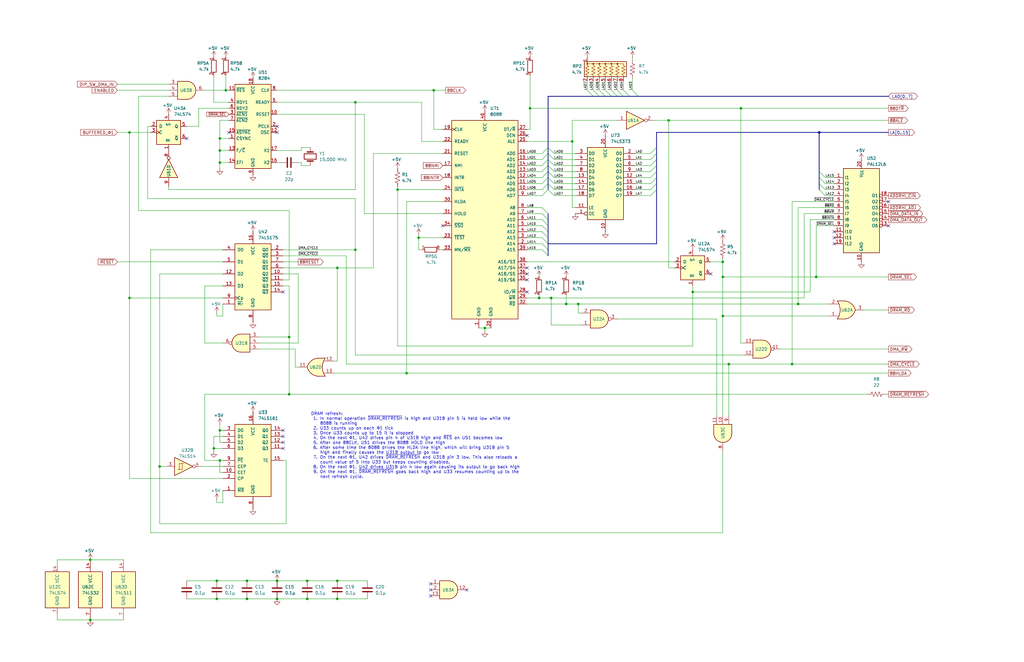
<source format=kicad_sch>
(kicad_sch (version 20231120) (generator "eeschema") (generator_version "8.0")
  (paper "USLedger")
  (title_block (title "PCPI 88Card") (date "2025-01-07") (rev "001-0004-03") (comment 2 "captured by Mark Aikens") (comment 3 "by PCPI") (comment 4 "8088 CPU card with 64K RAM for Apple II computers"))
  (junction (at 92.71 58.42))
  (junction (at 171.45 157.48))
  (junction (at 91.44 252.73))
  (junction (at 38.1 236.22))
  (junction (at 129.54 245.11))
  (junction (at 336.55 128.27))
  (junction (at 223.52 45.72))
  (junction (at 204.47 138.43))
  (junction (at 104.14 245.11))
  (junction (at 142.24 252.73))
  (junction (at 92.71 68.58))
  (junction (at 312.42 45.72))
  (junction (at 142.24 245.11))
  (junction (at 116.84 245.11))
  (junction (at 121.92 142.24))
  (junction (at 304.8 110.49))
  (junction (at 90.17 189.23))
  (junction (at 116.84 252.73))
  (junction (at 232.41 125.73))
  (junction (at 92.71 181.61))
  (junction (at 129.54 252.73))
  (junction (at 238.76 128.27))
  (junction (at 67.31 196.85))
  (junction (at 227.33 125.73))
  (junction (at 176.53 100.33))
  (junction (at 149.86 43.18))
  (junction (at 142.24 113.03))
  (junction (at 167.64 80.01))
  (junction (at 344.17 116.84))
  (junction (at 307.34 153.67))
  (junction (at 281.94 50.8))
  (junction (at 38.1 261.62))
  (junction (at 292.1 123.19))
  (junction (at 104.14 252.73))
  (junction (at 92.71 63.5))
  (junction (at 334.01 153.67))
  (junction (at 304.8 116.84))
  (junction (at 182.88 38.1))
  (junction (at 95.25 38.1))
  (junction (at 304.8 133.35))
  (junction (at 92.71 194.31))
  (junction (at 54.61 125.73))
  (junction (at 91.44 245.11))
  (junction (at 149.86 105.41))
  (junction (at 345.44 55.88))
  (junction (at 243.84 128.27))
  (junction (at 54.61 55.88))
  (junction (at 241.3 59.69))
  (junction (at 121.92 166.37))
  (no_connect (at 116.84 55.88))
  (no_connect (at 119.38 184.15))
  (no_connect (at 351.79 102.87))
  (no_connect (at 222.25 113.03))
  (no_connect (at 186.69 95.25))
  (no_connect (at 222.25 57.15))
  (no_connect (at 181.61 248.92))
  (no_connect (at 119.38 186.69))
  (no_connect (at 116.84 53.34))
  (no_connect (at 222.25 115.57))
  (no_connect (at 119.38 181.61))
  (no_connect (at 351.79 97.79))
  (no_connect (at 96.52 55.88))
  (no_connect (at 374.65 95.25))
  (no_connect (at 374.65 85.09))
  (no_connect (at 351.79 100.33))
  (no_connect (at 78.74 58.42))
  (no_connect (at 181.61 251.46))
  (no_connect (at 299.72 115.57))
  (no_connect (at 222.25 118.11))
  (no_connect (at 181.61 246.38))
  (no_connect (at 119.38 123.19))
  (no_connect (at 222.25 123.19))
  (no_connect (at 196.85 248.92))
  (no_connect (at 119.38 189.23))
  (bus_entry (at 247.65 38.1) (size 2.54 2.54))
  (bus_entry (at 233.68 77.47) (size -2.54 -2.54))
  (bus_entry (at 228.6 69.85) (size 2.54 -2.54))
  (bus_entry (at 233.68 82.55) (size -2.54 -2.54))
  (bus_entry (at 274.32 80.01) (size 2.54 -2.54))
  (bus_entry (at 274.32 64.77) (size 2.54 -2.54))
  (bus_entry (at 347.98 82.55) (size -2.54 -2.54))
  (bus_entry (at 228.6 102.87) (size 2.54 2.54))
  (bus_entry (at 228.6 90.17) (size 2.54 2.54))
  (bus_entry (at 228.6 100.33) (size 2.54 2.54))
  (bus_entry (at 274.32 82.55) (size 2.54 -2.54))
  (bus_entry (at 274.32 67.31) (size 2.54 -2.54))
  (bus_entry (at 255.27 38.1) (size 2.54 2.54))
  (bus_entry (at 228.6 67.31) (size 2.54 -2.54))
  (bus_entry (at 274.32 72.39) (size 2.54 -2.54))
  (bus_entry (at 260.35 38.1) (size 2.54 2.54))
  (bus_entry (at 228.6 87.63) (size 2.54 2.54))
  (bus_entry (at 233.68 72.39) (size -2.54 -2.54))
  (bus_entry (at 274.32 74.93) (size 2.54 -2.54))
  (bus_entry (at 233.68 64.77) (size -2.54 -2.54))
  (bus_entry (at 274.32 77.47) (size 2.54 -2.54))
  (bus_entry (at 228.6 80.01) (size 2.54 -2.54))
  (bus_entry (at 228.6 92.71) (size 2.54 2.54))
  (bus_entry (at 228.6 72.39) (size 2.54 -2.54))
  (bus_entry (at 233.68 80.01) (size -2.54 -2.54))
  (bus_entry (at 250.19 38.1) (size 2.54 2.54))
  (bus_entry (at 228.6 74.93) (size 2.54 -2.54))
  (bus_entry (at 252.73 38.1) (size 2.54 2.54))
  (bus_entry (at 266.7 38.1) (size 2.54 2.54))
  (bus_entry (at 257.81 38.1) (size 2.54 2.54))
  (bus_entry (at 262.89 38.1) (size 2.54 2.54))
  (bus_entry (at 233.68 74.93) (size -2.54 -2.54))
  (bus_entry (at 347.98 80.01) (size -2.54 -2.54))
  (bus_entry (at 233.68 67.31) (size -2.54 -2.54))
  (bus_entry (at 228.6 64.77) (size 2.54 -2.54))
  (bus_entry (at 228.6 95.25) (size 2.54 2.54))
  (bus_entry (at 347.98 77.47) (size -2.54 -2.54))
  (bus_entry (at 228.6 77.47) (size 2.54 -2.54))
  (bus_entry (at 228.6 97.79) (size 2.54 2.54))
  (bus_entry (at 274.32 69.85) (size 2.54 -2.54))
  (bus_entry (at 233.68 69.85) (size -2.54 -2.54))
  (bus_entry (at 347.98 74.93) (size -2.54 -2.54))
  (bus_entry (at 228.6 82.55) (size 2.54 -2.54))
  (bus_entry (at 228.6 105.41) (size 2.54 2.54))
  (wire (pts (xy 67.31 196.85) (xy 67.31 115.57)))
  (bus (pts (xy 269.24 40.64) (xy 374.65 40.64)))
  (wire (pts (xy 267.97 72.39) (xy 274.32 72.39)))
  (wire (pts (xy 222.25 105.41) (xy 228.6 105.41)))
  (wire (pts (xy 233.68 82.55) (xy 242.57 82.55)))
  (wire (pts (xy 62.23 53.34) (xy 63.5 53.34)))
  (wire (pts (xy 304.8 190.5) (xy 304.8 224.79)))
  (wire (pts (xy 222.25 72.39) (xy 228.6 72.39)))
  (wire (pts (xy 93.98 212.09) (xy 93.98 207.01)))
  (wire (pts (xy 157.48 64.77) (xy 157.48 113.03)))
  (wire (pts (xy 153.67 90.17) (xy 186.69 90.17)))
  (wire (pts (xy 204.47 138.43) (xy 204.47 139.7)))
  (wire (pts (xy 334.01 85.09) (xy 351.79 85.09)))
  (wire (pts (xy 336.55 87.63) (xy 351.79 87.63)))
  (wire (pts (xy 116.84 38.1) (xy 182.88 38.1)))
  (wire (pts (xy 86.36 166.37) (xy 86.36 194.31)))
  (wire (pts (xy 116.84 48.26) (xy 153.67 48.26)))
  (wire (pts (xy 38.1 261.62) (xy 52.07 261.62)))
  (wire (pts (xy 92.71 199.39) (xy 93.98 199.39)))
  (bus (pts (xy 276.86 64.77) (xy 276.86 67.31)))
  (wire (pts (xy 127 62.23) (xy 130.81 62.23)))
  (wire (pts (xy 267.97 82.55) (xy 274.32 82.55)))
  (wire (pts (xy 93.98 184.15) (xy 90.17 184.15)))
  (wire (pts (xy 223.52 31.75) (xy 223.52 45.72)))
  (wire (pts (xy 241.3 59.69) (xy 241.3 87.63)))
  (wire (pts (xy 252.73 34.29) (xy 252.73 38.1)))
  (wire (pts (xy 241.3 50.8) (xy 260.35 50.8)))
  (bus (pts (xy 231.14 97.79) (xy 231.14 100.33)))
  (wire (pts (xy 222.25 97.79) (xy 228.6 97.79)))
  (wire (pts (xy 232.41 137.16) (xy 245.11 137.16)))
  (wire (pts (xy 125.73 154.94) (xy 124.46 154.94)))
  (wire (pts (xy 182.88 38.1) (xy 187.96 38.1)))
  (wire (pts (xy 96.52 43.18) (xy 90.17 43.18)))
  (bus (pts (xy 231.14 40.64) (xy 231.14 62.23)))
  (wire (pts (xy 176.53 105.41) (xy 176.53 100.33)))
  (wire (pts (xy 38.1 236.22) (xy 52.07 236.22)))
  (bus (pts (xy 250.19 40.64) (xy 252.73 40.64)))
  (wire (pts (xy 222.25 102.87) (xy 228.6 102.87)))
  (wire (pts (xy 71.12 80.01) (xy 149.86 80.01)))
  (wire (pts (xy 24.13 259.08) (xy 24.13 261.62)))
  (wire (pts (xy 63.5 105.41) (xy 93.98 105.41)))
  (bus (pts (xy 231.14 64.77) (xy 231.14 67.31)))
  (bus (pts (xy 276.86 55.88) (xy 276.86 62.23)))
  (wire (pts (xy 336.55 128.27) (xy 336.55 87.63)))
  (bus (pts (xy 345.44 72.39) (xy 345.44 74.93)))
  (wire (pts (xy 24.13 261.62) (xy 38.1 261.62)))
  (wire (pts (xy 262.89 34.29) (xy 262.89 38.1)))
  (wire (pts (xy 140.97 157.48) (xy 171.45 157.48)))
  (wire (pts (xy 92.71 194.31) (xy 92.71 199.39)))
  (wire (pts (xy 67.31 196.85) (xy 69.85 196.85)))
  (wire (pts (xy 171.45 85.09) (xy 171.45 157.48)))
  (wire (pts (xy 223.52 45.72) (xy 223.52 54.61)))
  (wire (pts (xy 233.68 80.01) (xy 242.57 80.01)))
  (wire (pts (xy 266.7 33.02) (xy 266.7 38.1)))
  (wire (pts (xy 149.86 43.18) (xy 177.8 43.18)))
  (wire (pts (xy 142.24 152.4) (xy 140.97 152.4)))
  (wire (pts (xy 304.8 133.35) (xy 304.8 175.26)))
  (wire (pts (xy 222.25 92.71) (xy 228.6 92.71)))
  (wire (pts (xy 257.81 34.29) (xy 257.81 38.1)))
  (wire (pts (xy 54.61 55.88) (xy 63.5 55.88)))
  (wire (pts (xy 92.71 68.58) (xy 92.71 71.12)))
  (wire (pts (xy 129.54 252.73) (xy 142.24 252.73)))
  (wire (pts (xy 177.8 59.69) (xy 186.69 59.69)))
  (wire (pts (xy 149.86 83.82) (xy 149.86 105.41)))
  (wire (pts (xy 54.61 125.73) (xy 93.98 125.73)))
  (wire (pts (xy 93.98 194.31) (xy 92.71 194.31)))
  (wire (pts (xy 233.68 67.31) (xy 242.57 67.31)))
  (wire (pts (xy 92.71 181.61) (xy 93.98 181.61)))
  (wire (pts (xy 91.44 133.35) (xy 91.44 132.08)))
  (wire (pts (xy 95.25 38.1) (xy 96.52 38.1)))
  (wire (pts (xy 302.26 134.62) (xy 302.26 175.26)))
  (wire (pts (xy 54.61 201.93) (xy 93.98 201.93)))
  (bus (pts (xy 276.86 74.93) (xy 276.86 77.47)))
  (wire (pts (xy 227.33 124.46) (xy 227.33 125.73)))
  (wire (pts (xy 153.67 48.26) (xy 153.67 90.17)))
  (wire (pts (xy 58.42 88.9) (xy 121.92 88.9)))
  (wire (pts (xy 171.45 85.09) (xy 186.69 85.09)))
  (wire (pts (xy 201.93 138.43) (xy 204.47 138.43)))
  (bus (pts (xy 260.35 40.64) (xy 262.89 40.64)))
  (wire (pts (xy 204.47 138.43) (xy 207.01 138.43)))
  (wire (pts (xy 347.98 77.47) (xy 351.79 77.47)))
  (wire (pts (xy 127 69.85) (xy 127 68.58)))
  (wire (pts (xy 63.5 224.79) (xy 63.5 105.41)))
  (wire (pts (xy 222.25 90.17) (xy 228.6 90.17)))
  (wire (pts (xy 233.68 74.93) (xy 242.57 74.93)))
  (wire (pts (xy 223.52 54.61) (xy 222.25 54.61)))
  (wire (pts (xy 281.94 50.8) (xy 374.65 50.8)))
  (bus (pts (xy 345.44 55.88) (xy 374.65 55.88)))
  (wire (pts (xy 78.74 252.73) (xy 91.44 252.73)))
  (wire (pts (xy 146.05 107.95) (xy 146.05 153.67)))
  (wire (pts (xy 71.12 80.01) (xy 71.12 78.74)))
  (wire (pts (xy 120.65 194.31) (xy 120.65 220.98)))
  (wire (pts (xy 146.05 153.67) (xy 307.34 153.67)))
  (wire (pts (xy 104.14 245.11) (xy 116.84 245.11)))
  (wire (pts (xy 129.54 245.11) (xy 142.24 245.11)))
  (wire (pts (xy 92.71 186.69) (xy 92.71 181.61)))
  (wire (pts (xy 222.25 100.33) (xy 228.6 100.33)))
  (wire (pts (xy 93.98 128.27) (xy 93.98 133.35)))
  (wire (pts (xy 341.63 92.71) (xy 351.79 92.71)))
  (bus (pts (xy 276.86 80.01) (xy 276.86 102.87)))
  (wire (pts (xy 67.31 220.98) (xy 120.65 220.98)))
  (wire (pts (xy 121.92 166.37) (xy 365.76 166.37)))
  (wire (pts (xy 85.09 196.85) (xy 93.98 196.85)))
  (wire (pts (xy 96.52 45.72) (xy 83.82 45.72)))
  (wire (pts (xy 222.25 59.69) (xy 241.3 59.69)))
  (wire (pts (xy 90.17 31.75) (xy 90.17 43.18)))
  (wire (pts (xy 255.27 34.29) (xy 255.27 38.1)))
  (wire (pts (xy 222.25 80.01) (xy 228.6 80.01)))
  (wire (pts (xy 347.98 80.01) (xy 351.79 80.01)))
  (wire (pts (xy 86.36 144.78) (xy 93.98 144.78)))
  (wire (pts (xy 125.73 110.49) (xy 119.38 110.49)))
  (wire (pts (xy 121.92 120.65) (xy 121.92 142.24)))
  (wire (pts (xy 49.53 110.49) (xy 93.98 110.49)))
  (wire (pts (xy 119.38 113.03) (xy 142.24 113.03)))
  (wire (pts (xy 266.7 25.4) (xy 266.7 24.13)))
  (wire (pts (xy 86.36 166.37) (xy 121.92 166.37)))
  (wire (pts (xy 292.1 123.19) (xy 292.1 146.05)))
  (bus (pts (xy 276.86 77.47) (xy 276.86 80.01)))
  (wire (pts (xy 167.64 146.05) (xy 292.1 146.05)))
  (wire (pts (xy 71.12 40.64) (xy 58.42 40.64)))
  (wire (pts (xy 341.63 123.19) (xy 341.63 92.71)))
  (wire (pts (xy 233.68 64.77) (xy 242.57 64.77)))
  (wire (pts (xy 336.55 128.27) (xy 349.25 128.27)))
  (wire (pts (xy 304.8 224.79) (xy 63.5 224.79)))
  (wire (pts (xy 267.97 64.77) (xy 274.32 64.77)))
  (wire (pts (xy 222.25 128.27) (xy 238.76 128.27)))
  (bus (pts (xy 231.14 74.93) (xy 231.14 77.47)))
  (wire (pts (xy 86.36 144.78) (xy 86.36 120.65)))
  (bus (pts (xy 345.44 55.88) (xy 345.44 72.39)))
  (wire (pts (xy 304.8 109.22) (xy 304.8 110.49)))
  (wire (pts (xy 304.8 116.84) (xy 344.17 116.84)))
  (wire (pts (xy 347.98 74.93) (xy 351.79 74.93)))
  (wire (pts (xy 62.23 53.34) (xy 62.23 83.82)))
  (wire (pts (xy 222.25 82.55) (xy 228.6 82.55)))
  (bus (pts (xy 231.14 102.87) (xy 231.14 105.41)))
  (wire (pts (xy 142.24 113.03) (xy 157.48 113.03)))
  (wire (pts (xy 119.38 120.65) (xy 121.92 120.65)))
  (wire (pts (xy 127 63.5) (xy 127 62.23)))
  (bus (pts (xy 276.86 67.31) (xy 276.86 69.85)))
  (wire (pts (xy 222.25 95.25) (xy 228.6 95.25)))
  (wire (pts (xy 260.35 34.29) (xy 260.35 38.1)))
  (wire (pts (xy 116.84 63.5) (xy 127 63.5)))
  (wire (pts (xy 116.84 68.58) (xy 118.11 68.58)))
  (wire (pts (xy 93.98 186.69) (xy 92.71 186.69)))
  (wire (pts (xy 96.52 50.8) (xy 92.71 50.8)))
  (wire (pts (xy 299.72 110.49) (xy 304.8 110.49)))
  (wire (pts (xy 374.65 157.48) (xy 171.45 157.48)))
  (wire (pts (xy 83.82 45.72) (xy 83.82 53.34)))
  (wire (pts (xy 86.36 120.65) (xy 93.98 120.65)))
  (wire (pts (xy 121.92 142.24) (xy 121.92 166.37)))
  (wire (pts (xy 149.86 105.41) (xy 149.86 149.86)))
  (wire (pts (xy 49.53 55.88) (xy 54.61 55.88)))
  (bus (pts (xy 276.86 72.39) (xy 276.86 74.93)))
  (bus (pts (xy 231.14 102.87) (xy 276.86 102.87)))
  (wire (pts (xy 238.76 128.27) (xy 243.84 128.27)))
  (bus (pts (xy 265.43 40.64) (xy 269.24 40.64)))
  (bus (pts (xy 276.86 69.85) (xy 276.86 72.39)))
  (wire (pts (xy 93.98 115.57) (xy 67.31 115.57)))
  (wire (pts (xy 92.71 179.07) (xy 92.71 181.61)))
  (wire (pts (xy 124.46 147.32) (xy 109.22 147.32)))
  (wire (pts (xy 241.3 50.8) (xy 241.3 59.69)))
  (bus (pts (xy 231.14 62.23) (xy 231.14 64.77)))
  (wire (pts (xy 177.8 105.41) (xy 176.53 105.41)))
  (wire (pts (xy 149.86 43.18) (xy 149.86 80.01)))
  (wire (pts (xy 58.42 40.64) (xy 58.42 88.9)))
  (bus (pts (xy 231.14 40.64) (xy 250.19 40.64)))
  (bus (pts (xy 276.86 55.88) (xy 345.44 55.88)))
  (wire (pts (xy 176.53 100.33) (xy 186.69 100.33)))
  (wire (pts (xy 92.71 68.58) (xy 96.52 68.58)))
  (wire (pts (xy 142.24 252.73) (xy 154.94 252.73)))
  (wire (pts (xy 292.1 123.19) (xy 341.63 123.19)))
  (wire (pts (xy 92.71 58.42) (xy 96.52 58.42)))
  (wire (pts (xy 241.3 87.63) (xy 242.57 87.63)))
  (wire (pts (xy 374.65 166.37) (xy 373.38 166.37)))
  (wire (pts (xy 312.42 45.72) (xy 374.65 45.72)))
  (wire (pts (xy 116.84 245.11) (xy 129.54 245.11)))
  (wire (pts (xy 222.25 125.73) (xy 227.33 125.73)))
  (wire (pts (xy 176.53 100.33) (xy 176.53 99.06)))
  (wire (pts (xy 92.71 58.42) (xy 92.71 63.5)))
  (bus (pts (xy 255.27 40.64) (xy 257.81 40.64)))
  (wire (pts (xy 267.97 77.47) (xy 274.32 77.47)))
  (wire (pts (xy 233.68 69.85) (xy 242.57 69.85)))
  (wire (pts (xy 227.33 125.73) (xy 232.41 125.73)))
  (bus (pts (xy 345.44 77.47) (xy 345.44 80.01)))
  (wire (pts (xy 142.24 245.11) (xy 154.94 245.11)))
  (wire (pts (xy 78.74 245.11) (xy 91.44 245.11)))
  (bus (pts (xy 345.44 74.93) (xy 345.44 77.47)))
  (wire (pts (xy 167.64 80.01) (xy 186.69 80.01)))
  (wire (pts (xy 119.38 115.57) (xy 125.73 115.57)))
  (wire (pts (xy 142.24 113.03) (xy 142.24 152.4)))
  (wire (pts (xy 121.92 88.9) (xy 121.92 118.11)))
  (wire (pts (xy 186.69 64.77) (xy 157.48 64.77)))
  (wire (pts (xy 232.41 125.73) (xy 339.09 125.73)))
  (wire (pts (xy 90.17 184.15) (xy 90.17 189.23)))
  (wire (pts (xy 222.25 77.47) (xy 228.6 77.47)))
  (wire (pts (xy 267.97 74.93) (xy 274.32 74.93)))
  (wire (pts (xy 344.17 95.25) (xy 351.79 95.25)))
  (wire (pts (xy 223.52 45.72) (xy 312.42 45.72)))
  (wire (pts (xy 328.93 147.32) (xy 374.65 147.32)))
  (wire (pts (xy 49.53 35.56) (xy 71.12 35.56)))
  (wire (pts (xy 243.84 128.27) (xy 336.55 128.27)))
  (wire (pts (xy 125.73 68.58) (xy 127 68.58)))
  (wire (pts (xy 344.17 116.84) (xy 374.65 116.84)))
  (wire (pts (xy 233.68 77.47) (xy 242.57 77.47)))
  (wire (pts (xy 185.42 105.41) (xy 186.69 105.41)))
  (wire (pts (xy 116.84 43.18) (xy 149.86 43.18)))
  (wire (pts (xy 91.44 212.09) (xy 91.44 210.82)))
  (wire (pts (xy 49.53 38.1) (xy 71.12 38.1)))
  (wire (pts (xy 243.84 132.08) (xy 245.11 132.08)))
  (wire (pts (xy 307.34 153.67) (xy 334.01 153.67)))
  (wire (pts (xy 91.44 245.11) (xy 104.14 245.11)))
  (wire (pts (xy 54.61 55.88) (xy 54.61 125.73)))
  (wire (pts (xy 304.8 116.84) (xy 304.8 133.35)))
  (wire (pts (xy 92.71 63.5) (xy 92.71 68.58)))
  (wire (pts (xy 62.23 83.82) (xy 149.86 83.82)))
  (wire (pts (xy 86.36 38.1) (xy 95.25 38.1)))
  (wire (pts (xy 222.25 110.49) (xy 284.48 110.49)))
  (bus (pts (xy 231.14 100.33) (xy 231.14 102.87)))
  (bus (pts (xy 231.14 77.47) (xy 231.14 80.01)))
  (wire (pts (xy 250.19 34.29) (xy 250.19 38.1)))
  (wire (pts (xy 222.25 64.77) (xy 228.6 64.77)))
  (bus (pts (xy 231.14 69.85) (xy 231.14 72.39)))
  (wire (pts (xy 347.98 82.55) (xy 351.79 82.55)))
  (bus (pts (xy 231.14 90.17) (xy 231.14 92.71)))
  (wire (pts (xy 339.09 125.73) (xy 339.09 90.17)))
  (wire (pts (xy 312.42 144.78) (xy 313.69 144.78)))
  (wire (pts (xy 304.8 133.35) (xy 349.25 133.35)))
  (bus (pts (xy 262.89 40.64) (xy 265.43 40.64)))
  (wire (pts (xy 167.64 80.01) (xy 167.64 146.05)))
  (wire (pts (xy 267.97 67.31) (xy 274.32 67.31)))
  (wire (pts (xy 91.44 252.73) (xy 104.14 252.73)))
  (wire (pts (xy 243.84 128.27) (xy 243.84 132.08)))
  (wire (pts (xy 116.84 252.73) (xy 129.54 252.73)))
  (wire (pts (xy 281.94 113.03) (xy 284.48 113.03)))
  (wire (pts (xy 119.38 105.41) (xy 149.86 105.41)))
  (wire (pts (xy 125.73 144.78) (xy 109.22 144.78)))
  (wire (pts (xy 182.88 38.1) (xy 182.88 54.61)))
  (wire (pts (xy 334.01 85.09) (xy 334.01 153.67)))
  (wire (pts (xy 292.1 120.65) (xy 292.1 123.19)))
  (wire (pts (xy 222.25 67.31) (xy 228.6 67.31)))
  (wire (pts (xy 104.14 252.73) (xy 116.84 252.73)))
  (wire (pts (xy 125.73 115.57) (xy 125.73 144.78)))
  (wire (pts (xy 91.44 212.09) (xy 93.98 212.09)))
  (wire (pts (xy 222.25 74.93) (xy 228.6 74.93)))
  (wire (pts (xy 275.59 50.8) (xy 281.94 50.8)))
  (wire (pts (xy 238.76 124.46) (xy 238.76 128.27)))
  (wire (pts (xy 109.22 142.24) (xy 121.92 142.24)))
  (bus (pts (xy 231.14 92.71) (xy 231.14 95.25)))
  (wire (pts (xy 232.41 125.73) (xy 232.41 137.16)))
  (wire (pts (xy 182.88 54.61) (xy 186.69 54.61)))
  (bus (pts (xy 252.73 40.64) (xy 255.27 40.64)))
  (wire (pts (xy 124.46 154.94) (xy 124.46 147.32)))
  (wire (pts (xy 312.42 45.72) (xy 312.42 144.78)))
  (wire (pts (xy 54.61 125.73) (xy 54.61 201.93)))
  (wire (pts (xy 121.92 118.11) (xy 119.38 118.11)))
  (bus (pts (xy 231.14 105.41) (xy 231.14 107.95)))
  (wire (pts (xy 119.38 107.95) (xy 146.05 107.95)))
  (wire (pts (xy 222.25 69.85) (xy 228.6 69.85)))
  (wire (pts (xy 90.17 189.23) (xy 90.17 190.5)))
  (wire (pts (xy 83.82 53.34) (xy 78.74 53.34)))
  (wire (pts (xy 247.65 34.29) (xy 247.65 38.1)))
  (wire (pts (xy 92.71 63.5) (xy 96.52 63.5)))
  (wire (pts (xy 120.65 194.31) (xy 119.38 194.31)))
  (wire (pts (xy 260.35 134.62) (xy 302.26 134.62)))
  (wire (pts (xy 304.8 110.49) (xy 304.8 116.84)))
  (wire (pts (xy 167.64 78.74) (xy 167.64 80.01)))
  (wire (pts (xy 281.94 50.8) (xy 281.94 113.03)))
  (wire (pts (xy 344.17 95.25) (xy 344.17 116.84)))
  (bus (pts (xy 276.86 62.23) (xy 276.86 64.77)))
  (wire (pts (xy 90.17 189.23) (xy 93.98 189.23)))
  (wire (pts (xy 364.49 130.81) (xy 374.65 130.81)))
  (wire (pts (xy 267.97 69.85) (xy 274.32 69.85)))
  (bus (pts (xy 231.14 67.31) (xy 231.14 69.85)))
  (wire (pts (xy 24.13 238.76) (xy 24.13 236.22)))
  (wire (pts (xy 233.68 72.39) (xy 242.57 72.39)))
  (wire (pts (xy 149.86 149.86) (xy 313.69 149.86)))
  (wire (pts (xy 267.97 80.01) (xy 274.32 80.01)))
  (wire (pts (xy 307.34 153.67) (xy 307.34 175.26)))
  (wire (pts (xy 95.25 31.75) (xy 95.25 38.1)))
  (wire (pts (xy 92.71 50.8) (xy 92.71 58.42)))
  (wire (pts (xy 93.98 133.35) (xy 91.44 133.35)))
  (wire (pts (xy 92.71 194.31) (xy 86.36 194.31)))
  (wire (pts (xy 24.13 236.22) (xy 38.1 236.22)))
  (wire (pts (xy 339.09 90.17) (xy 351.79 90.17)))
  (wire (pts (xy 222.25 87.63) (xy 228.6 87.63)))
  (bus (pts (xy 231.14 95.25) (xy 231.14 97.79)))
  (wire (pts (xy 334.01 153.67) (xy 374.65 153.67)))
  (bus (pts (xy 231.14 72.39) (xy 231.14 74.93)))
  (wire (pts (xy 130.81 69.85) (xy 127 69.85)))
  (wire (pts (xy 67.31 196.85) (xy 67.31 220.98)))
  (bus (pts (xy 257.81 40.64) (xy 260.35 40.64)))
  (wire (pts (xy 177.8 43.18) (xy 177.8 59.69)))
  (text "DRAM refresh:\n 1. In normal operation ~{DRAM_REFRESH} is high and U31B pin 5 is held low while the\n    8088 is running\n 2. U33 counts up on each Φ1 tick\n 3. Once U33 counts up to 15 it is stopped\n 4. On the next Φ1, U42 drives pin 4 of U31B high and ~{RES} on U51 becomes low\n 5. After one 88CLK, U51 drives the 8088 HOLD line high\n 6. After some time the 8088 drives the HLDA line high, which will bring U31B pin 5\n    high and finally causes the U31B output to go low\n 7. On the next Φ1, U42 drives ~{DRAM_REFRESH} and U31B pin 3 low. This also reloads a\n    count value of 5 into U33 but keeps counting disabled.\n 8. On the next Φ1, U42 drives U31B pin 4 low again causing its output to go back high\n 9. On the next Φ1, ~{DRAM_REFRESH} goes back high and U33 resumes counting up to the\n    next refresh cycle.\n    " (at 131.064 173.99 0) (effects (font (size 1.27 1.27)) (justify left top)))
  (label "LA14" (at 222.25 102.87 0) (effects (font (size 1 1))))
  (label "LAD2" (at 233.68 69.85 0) (effects (font (size 1 1))))
  (label "LAD5" (at 257.81 34.29 270) (effects (font (size 1 1))))
  (label "LAD7" (at 222.25 82.55 0) (effects (font (size 1 1))))
  (label "LA11" (at 222.25 92.71 0) (effects (font (size 1 1))))
  (label "LAD1" (at 222.25 67.31 0) (effects (font (size 1 1))))
  (label "~{88INTA}" (at 351.79 92.71 180) (effects (font (size 1 1))))
  (label "~{88RD}" (at 351.79 87.63 180) (effects (font (size 1 1))))
  (label "~{DRAM_SEL}" (at 351.79 95.25 180) (effects (font (size 1 1))))
  (label "LA3" (at 267.97 72.39 0) (effects (font (size 1 1))))
  (label "LA13" (at 222.25 100.33 0) (effects (font (size 1 1))))
  (label "LAD6" (at 222.25 80.01 0) (effects (font (size 1 1))))
  (label "LA13" (at 351.79 80.01 180) (effects (font (size 1 1))))
  (label "LA15" (at 351.79 74.93 180) (effects (font (size 1 1))))
  (label "LA0" (at 267.97 64.77 0) (effects (font (size 1 1))))
  (label "LA5" (at 267.97 77.47 0) (effects (font (size 1 1))))
  (label "DMA_CYCLE" (at 125.73 105.41 0) (effects (font (size 1 1))))
  (label "LAD3" (at 266.7 34.29 270) (effects (font (size 1 1))))
  (label "LAD5" (at 222.25 77.47 0) (effects (font (size 1 1))))
  (label "LA14" (at 351.79 77.47 180) (effects (font (size 1 1))))
  (label "LAD0" (at 250.19 34.29 270) (effects (font (size 1 1))))
  (label "LAD5" (at 233.68 77.47 0) (effects (font (size 1 1))))
  (label "~{DMA_CYCLE}" (at 351.79 85.09 180) (effects (font (size 1 1))))
  (label "LA9" (at 222.25 90.17 0) (effects (font (size 1 1))))
  (label "LAD6" (at 252.73 34.29 270) (effects (font (size 1 1))))
  (label "~{88WR}" (at 351.79 90.17 180) (effects (font (size 1 1))))
  (label "LAD7" (at 233.68 82.55 0) (effects (font (size 1 1))))
  (label "LA12" (at 351.79 82.55 180) (effects (font (size 1 1))))
  (label "LA1" (at 267.97 67.31 0) (effects (font (size 1 1))))
  (label "LA6" (at 267.97 80.01 0) (effects (font (size 1 1))))
  (label "LA10" (at 222.25 95.25 0) (effects (font (size 1 1))))
  (label "LAD0" (at 233.68 64.77 0) (effects (font (size 1 1))))
  (label "LAD3" (at 222.25 72.39 0) (effects (font (size 1 1))))
  (label "LA12" (at 222.25 97.79 0) (effects (font (size 1 1))))
  (label "LAD1" (at 255.27 34.29 270) (effects (font (size 1 1))))
  (label "LAD1" (at 233.68 67.31 0) (effects (font (size 1 1))))
  (label "LAD4" (at 262.89 34.29 270) (effects (font (size 1 1))))
  (label "~{DMA_CYCLE}" (at 125.73 107.95 0) (effects (font (size 1 1))))
  (label "LAD2" (at 260.35 34.29 270) (effects (font (size 1 1))))
  (label "LA15" (at 222.25 105.41 0) (effects (font (size 1 1))))
  (label "LA7" (at 267.97 82.55 0) (effects (font (size 1 1))))
  (label "LAD4" (at 233.68 74.93 0) (effects (font (size 1 1))))
  (label "LAD0" (at 222.25 64.77 0) (effects (font (size 1 1))))
  (label "LA2" (at 267.97 69.85 0) (effects (font (size 1 1))))
  (label "LAD7" (at 247.65 34.29 270) (effects (font (size 1 1))))
  (label "LA8" (at 222.25 87.63 0) (effects (font (size 1 1))))
  (label "LA4" (at 267.97 74.93 0) (effects (font (size 1 1))))
  (label "LAD3" (at 233.68 72.39 0) (effects (font (size 1 1))))
  (label "LAD6" (at 233.68 80.01 0) (effects (font (size 1 1))))
  (label "LAD2" (at 222.25 69.85 0) (effects (font (size 1 1))))
  (label "LAD4" (at 222.25 74.93 0) (effects (font (size 1 1))))
  (global_label "~{DMA_DATA_IN}" (shape output) (at 374.65 90.17 0) (property "Intersheetrefs" "${INTERSHEET_REFS}" (effects (hide yes))))
  (global_label "LA[0..15]" (shape output) (at 374.65 55.88 0) (property "Intersheetrefs" "${INTERSHEET_REFS}" (effects (hide yes))))
  (global_label "BUFFERED_Φ1" (shape input) (at 49.53 55.88 180) (property "Intersheetrefs" "${INTERSHEET_REFS}" (effects (hide yes))))
  (global_label "88NMI" (shape input) (at 186.69 69.85 180) (property "Intersheetrefs" "${INTERSHEET_REFS}" (effects (hide yes))))
  (global_label "DIP_SW_DMA_IN" (shape input) (at 49.53 35.56 180) (property "Intersheetrefs" "${INTERSHEET_REFS}" (effects (hide yes))))
  (global_label "~{DRAM_RD}" (shape output) (at 374.65 130.81 0) (property "Intersheetrefs" "${INTERSHEET_REFS}" (effects (hide yes))))
  (global_label "88HLDA" (shape output) (at 374.65 157.48 0) (property "Intersheetrefs" "${INTERSHEET_REFS}" (effects (hide yes))))
  (global_label "~{ADDRHI_CIN}" (shape output) (at 374.65 82.55 0) (property "Intersheetrefs" "${INTERSHEET_REFS}" (effects (hide yes))))
  (global_label "88DT~{R}" (shape output) (at 374.65 45.72 0) (property "Intersheetrefs" "${INTERSHEET_REFS}" (effects (hide yes))))
  (global_label "88CLK" (shape output) (at 187.96 38.1 0) (property "Intersheetrefs" "${INTERSHEET_REFS}" (effects (hide yes))))
  (global_label "~{DRAM_REFRESH}" (shape output) (at 374.65 166.37 0) (property "Intersheetrefs" "${INTERSHEET_REFS}" (effects (hide yes))))
  (global_label "~{DRAM_SEL}" (shape input) (at 96.52 48.26 180) (effects (font (size 1 1))) (property "Intersheetrefs" "${INTERSHEET_REFS}" (effects (hide yes))))
  (global_label "DMA_R~{W}" (shape output) (at 374.65 147.32 0) (property "Intersheetrefs" "${INTERSHEET_REFS}" (effects (hide yes))))
  (global_label "~{88ALE}" (shape output) (at 374.65 50.8 0) (property "Intersheetrefs" "${INTERSHEET_REFS}" (effects (hide yes))))
  (global_label "~{DMA_DATA_OUT}" (shape output) (at 374.65 92.71 0) (property "Intersheetrefs" "${INTERSHEET_REFS}" (effects (hide yes))))
  (global_label "~{RESET}" (shape input) (at 49.53 110.49 180) (property "Intersheetrefs" "${INTERSHEET_REFS}" (effects (hide yes))))
  (global_label "88INTR" (shape input) (at 186.69 74.93 180) (property "Intersheetrefs" "${INTERSHEET_REFS}" (effects (hide yes))))
  (global_label "ENABLED" (shape input) (at 49.53 38.1 180) (property "Intersheetrefs" "${INTERSHEET_REFS}" (effects (hide yes))))
  (global_label "~{DMA_CYCLE}" (shape output) (at 374.65 153.67 0) (property "Intersheetrefs" "${INTERSHEET_REFS}" (effects (hide yes))))
  (global_label "~{DRAM_SEL}" (shape output) (at 374.65 116.84 0) (property "Intersheetrefs" "${INTERSHEET_REFS}" (effects (hide yes))))
  (global_label "~{ADDRHI_ADJ}" (shape output) (at 374.65 87.63 0) (property "Intersheetrefs" "${INTERSHEET_REFS}" (effects (hide yes))))
  (global_label "~{88RESET}" (shape output) (at 125.73 110.49 0) (property "Intersheetrefs" "${INTERSHEET_REFS}" (effects (hide yes))))
  (global_label "LAD[0..7]" (shape bidirectional) (at 374.65 40.64 0) (property "Intersheetrefs" "${INTERSHEET_REFS}" (effects (hide yes))))
  (symbol (lib_id "power:+5V") (at 176.53 99.06 0) (unit 1)
    (property "Reference" "#PWR067" (effects (hide yes)))
    (property "Value" "+5V" (at 176.022 95.25 0))
    (property "Description" "Power symbol creates a global label with name \"+5V\"" (effects (hide yes)))
  )
  (symbol (lib_id "74xx:74LS74") (at 24.13 248.92 0) (unit 3)
    (property "Reference" "U12" (at 20.574 247.65 0) (effects (justify left)))
    (property "Value" "74LS74" (at 20.574 250.19 0) (effects (justify left)))
    (property "Datasheet" "74xx/74hc_hct74.pdf" (effects (hide yes)))
    (property "Description" "Dual D Flip-flop, Set & Reset" (effects (hide yes)))
  )
  (symbol (lib_id "Device:C") (at 91.44 248.92 0) (unit 1)
    (property "Reference" "C12" (at 94.742 247.65 0) (effects (justify left)))
    (property "Value" "0.1µ" (at 94.742 250.19 0) (effects (justify left)))
    (property "Description" "Unpolarized capacitor" (effects (hide yes)))
  )
  (symbol (lib_id "74xx:74LS161") (at 106.68 194.31 0) (unit 1)
    (property "Reference" "U33" (at 108.8741 173.99 0) (effects (justify left)))
    (property "Value" "74LS161" (at 108.8741 176.53 0) (effects (justify left)))
    (property "Datasheet" "http://www.ti.com/lit/gpn/sn74LS161" (effects (hide yes)))
    (property "Description" "Synchronous 4-bit programmable binary Counter" (effects (hide yes)))
  )
  (symbol (lib_id "74xx:74LS10") (at 101.6 144.78 0) (mirror y) (unit 2)
    (property "Reference" "U31" (at 101.854 144.78 0))
    (property "Value" "74LS10" (effects (hide yes)))
    (property "Datasheet" "http://www.ti.com/lit/gpn/sn74LS10" (effects (hide yes)))
    (property "Description" "Triple 3-input NAND" (effects (hide yes)))
  )
  (symbol (lib_id "Device:C") (at 129.54 248.92 0) (unit 1)
    (property "Reference" "C16" (at 132.842 247.65 0) (effects (justify left)))
    (property "Value" "0.1µ" (at 132.842 250.19 0) (effects (justify left)))
    (property "Description" "Unpolarized capacitor" (effects (hide yes)))
  )
  (symbol (lib_id "74xx:74LS74") (at 71.12 55.88 0) (unit 1)
    (property "Reference" "U43" (at 73.3141 45.72 0) (effects (justify left)))
    (property "Value" "74LS74" (at 73.3141 48.26 0) (effects (justify left)))
    (property "Datasheet" "74xx/74hc_hct74.pdf" (effects (hide yes)))
    (property "Description" "Dual D Flip-flop, Set & Reset" (effects (hide yes)))
  )
  (symbol (lib_id "power:GND") (at 106.68 73.66 0) (unit 1)
    (property "Reference" "#PWR041" (effects (hide yes)))
    (property "Value" "GND" (effects (hide yes)))
    (property "Description" "Power symbol creates a global label with name \"GND\" , ground" (effects (hide yes)))
  )
  (symbol (lib_id "power:GND") (at 204.47 139.7 0) (unit 1)
    (property "Reference" "#PWR073" (effects (hide yes)))
    (property "Value" "GND" (effects (hide yes)))
    (property "Description" "Power symbol creates a global label with name \"GND\" , ground" (effects (hide yes)))
  )
  (symbol (lib_id "74xx:74LS00") (at 252.73 134.62 0) (mirror x) (unit 1)
    (property "Reference" "U22" (at 252.476 134.62 0))
    (property "Value" "74LS00" (effects (hide yes)))
    (property "Datasheet" "http://www.ti.com/lit/gpn/sn74ls00" (effects (hide yes)))
    (property "Description" "quad 2-input NAND gate" (effects (hide yes)))
  )
  (symbol (lib_id "Device:R_US") (at 167.64 74.93 0) (unit 1)
    (property "Reference" "R1" (at 169.418 73.66 0) (effects (justify left)))
    (property "Value" "4.7k" (at 169.418 76.2 0) (effects (justify left)))
    (property "Description" "Resistor, US symbol" (effects (hide yes)))
  )
  (symbol (lib_id "power:GND") (at 106.68 135.89 0) (unit 1)
    (property "Reference" "#PWR054" (effects (hide yes)))
    (property "Value" "GND" (effects (hide yes)))
    (property "Description" "Power symbol creates a global label with name \"GND\" , ground" (effects (hide yes)))
  )
  (symbol (lib_id "power:GND") (at 116.84 252.73 0) (unit 1)
    (property "Reference" "#PWR060" (effects (hide yes)))
    (property "Value" "GND" (effects (hide yes)))
    (property "Description" "Power symbol creates a global label with name \"GND\" , ground" (effects (hide yes)))
  )
  (symbol (lib_id "74xx:74LS04") (at 267.97 50.8 0) (unit 1)
    (property "Reference" "U61" (at 266.954 50.8 0))
    (property "Value" "74LS04" (effects (hide yes)))
    (property "Datasheet" "http://www.ti.com/lit/gpn/sn74LS04" (effects (hide yes)))
    (property "Description" "Hex Inverter" (effects (hide yes)))
  )
  (symbol (lib_id "power:+5V") (at 71.12 48.26 0) (unit 1)
    (property "Reference" "#PWR03" (effects (hide yes)))
    (property "Value" "+5V" (at 70.612 44.45 0))
    (property "Description" "Power symbol creates a global label with name \"+5V\"" (effects (hide yes)))
  )
  (symbol (lib_id "power:+5V") (at 106.68 173.99 0) (unit 1)
    (property "Reference" "#PWR057" (effects (hide yes)))
    (property "Value" "+5V" (at 106.172 170.18 0))
    (property "Description" "Power symbol creates a global label with name \"+5V\"" (effects (hide yes)))
  )
  (symbol (lib_id "power:+5V") (at 95.25 24.13 0) (unit 1)
    (property "Reference" "#PWR039" (effects (hide yes)))
    (property "Value" "+5V" (at 94.742 20.32 0))
    (property "Description" "Power symbol creates a global label with name \"+5V\"" (effects (hide yes)))
  )
  (symbol (lib_id "Device:R_Network07_Split") (at 238.76 120.65 0) (unit 2)
    (property "Reference" "RP1" (at 241.3 119.3799 0) (effects (justify left)))
    (property "Value" "4.7k" (at 241.3 121.9199 0) (effects (justify left)))
    (property "Footprint" "Resistor_THT:R_Array_SIP8" (effects (hide yes)))
    (property "Datasheet" "http://www.vishay.com/docs/31509/csc.pdf" (effects (hide yes)))
    (property "Description" "7 resistor network, star topology, bussed resistors, split" (effects (hide yes)))
  )
  (symbol (lib_id "Device:Crystal") (at 130.81 66.04 90) (unit 1)
    (property "Reference" "Y1" (at 134.62 64.7699 90) (effects (justify right)))
    (property "Value" "15.000 MHz" (at 134.62 67.3099 90) (effects (justify right)))
    (property "Description" "Two pin crystal" (effects (hide yes)))
  )
  (symbol (lib_id "Device:R_Network07_Split") (at 227.33 120.65 0) (unit 1)
    (property "Reference" "RP1" (at 229.87 119.3799 0) (effects (justify left)))
    (property "Value" "4.7k" (at 229.87 121.9199 0) (effects (justify left)))
    (property "Footprint" "Resistor_THT:R_Array_SIP8" (effects (hide yes)))
    (property "Datasheet" "http://www.vishay.com/docs/31509/csc.pdf" (effects (hide yes)))
    (property "Description" "7 resistor network, star topology, bussed resistors, split" (effects (hide yes)))
  )
  (symbol (lib_id "power:+5V") (at 38.1 236.22 0) (unit 1)
    (property "Reference" "#PWR04" (effects (hide yes)))
    (property "Value" "+5V" (at 37.592 232.41 0))
    (property "Description" "Power symbol creates a global label with name \"+5V\"" (effects (hide yes)))
  )
  (symbol (lib_id "power:GND") (at 92.71 71.12 0) (unit 1)
    (property "Reference" "#PWR020" (effects (hide yes)))
    (property "Value" "GND" (effects (hide yes)))
    (property "Description" "Power symbol creates a global label with name \"GND\" , ground" (effects (hide yes)))
  )
  (symbol (lib_id "74xx:74LS11") (at 189.23 248.92 0) (unit 1)
    (property "Reference" "U63" (at 188.976 248.92 0))
    (property "Value" "74LS11" (effects (hide yes)))
    (property "Datasheet" "http://www.ti.com/lit/gpn/sn74LS11" (effects (hide yes)))
    (property "Description" "Triple 3-input AND" (effects (hide yes)))
  )
  (symbol (lib_id "Device:R_US") (at 369.57 166.37 90) (unit 1)
    (property "Reference" "R8" (at 369.57 160.02 90))
    (property "Value" "22" (at 369.57 162.56 90))
    (property "Description" "Resistor, US symbol" (effects (hide yes)))
  )
  (symbol (lib_id "Device:C") (at 142.24 248.92 0) (unit 1)
    (property "Reference" "C19" (at 145.542 247.65 0) (effects (justify left)))
    (property "Value" "0.1µ" (at 145.542 250.19 0) (effects (justify left)))
    (property "Description" "Unpolarized capacitor" (effects (hide yes)))
  )
  (symbol (lib_id "74xx:74LS11") (at 304.8 182.88 270) (unit 3)
    (property "Reference" "U63" (at 304.8 182.626 0))
    (property "Value" "74LS11" (effects (hide yes)))
    (property "Datasheet" "http://www.ti.com/lit/gpn/sn74LS11" (effects (hide yes)))
    (property "Description" "Triple 3-input AND" (effects (hide yes)))
  )
  (symbol (lib_id "power:+5V") (at 238.76 116.84 0) (unit 1)
    (property "Reference" "#PWR080" (effects (hide yes)))
    (property "Value" "+5V" (at 238.252 113.03 0))
    (property "Description" "Power symbol creates a global label with name \"+5V\"" (effects (hide yes)))
  )
  (symbol (lib_id "74xx:74LS32") (at 356.87 130.81 0) (mirror x) (unit 1)
    (property "Reference" "U62" (at 357.124 130.81 0))
    (property "Value" "74LS32" (effects (hide yes)))
    (property "Datasheet" "http://www.ti.com/lit/gpn/sn74LS32" (effects (hide yes)))
    (property "Description" "Quad 2-input OR" (effects (hide yes)))
  )
  (symbol (lib_id "Device:C") (at 116.84 248.92 0) (unit 1)
    (property "Reference" "C15" (at 120.142 247.65 0) (effects (justify left)))
    (property "Value" "0.1µ" (at 120.142 250.19 0) (effects (justify left)))
    (property "Description" "Unpolarized capacitor" (effects (hide yes)))
  )
  (symbol (lib_id "power:+5V") (at 167.64 71.12 0) (unit 1)
    (property "Reference" "#PWR062" (effects (hide yes)))
    (property "Value" "+5V" (at 167.132 67.31 0))
    (property "Description" "Power symbol creates a global label with name \"+5V\"" (effects (hide yes)))
  )
  (symbol (lib_id "power:+5V") (at 247.65 24.13 0) (unit 1)
    (property "Reference" "#PWR082" (effects (hide yes)))
    (property "Value" "+5V" (at 247.142 20.32 0))
    (property "Description" "Power symbol creates a global label with name \"+5V\"" (effects (hide yes)))
  )
  (symbol (lib_id "Device:R_Network07_Split") (at 181.61 105.41 90) (unit 7)
    (property "Reference" "RP5" (at 181.864 108.204 90))
    (property "Value" "4.7k" (at 181.864 110.744 90))
    (property "Footprint" "Resistor_THT:R_Array_SIP8" (effects (hide yes)))
    (property "Datasheet" "http://www.vishay.com/docs/31509/csc.pdf" (effects (hide yes)))
    (property "Description" "7 resistor network, star topology, bussed resistors, split" (effects (hide yes)))
  )
  (symbol (lib_id "Logic_Legacy:PAL12L6") (at 363.22 88.9 0) (unit 1)
    (property "Reference" "U52" (at 365.506 66.802 0) (effects (justify left)))
    (property "Value" "PAL12L6" (at 365.506 69.342 0) (effects (justify left)))
    (property "Footprint" "Package_DIP:DIP-20_W7.62mm" (effects (hide yes)))
    (property "Description" "Programmable Array Logic - 12 input, 6 output" (effects (hide yes)))
  )
  (symbol (lib_id "power:GND") (at 255.27 97.79 0) (unit 1)
    (property "Reference" "#PWR087" (effects (hide yes)))
    (property "Value" "GND" (effects (hide yes)))
    (property "Description" "Power symbol creates a global label with name \"GND\" , ground" (effects (hide yes)))
  )
  (symbol (lib_id "power:+5V") (at 92.71 179.07 0) (unit 1)
    (property "Reference" "#PWR036" (effects (hide yes)))
    (property "Value" "+5V" (at 92.202 175.26 0))
    (property "Description" "Power symbol creates a global label with name \"+5V\"" (effects (hide yes)))
  )
  (symbol (lib_id "power:+5V") (at 292.1 105.41 0) (unit 1)
    (property "Reference" "#PWR089" (effects (hide yes)))
    (property "Value" "+5V" (at 291.592 101.6 0))
    (property "Description" "Power symbol creates a global label with name \"+5V\"" (effects (hide yes)))
  )
  (symbol (lib_id "Timer:8284") (at 106.68 53.34 0) (unit 1)
    (property "Reference" "U51" (at 108.8741 30.48 0) (effects (justify left)))
    (property "Value" "8284" (at 108.8741 33.02 0) (effects (justify left)))
    (property "Footprint" "Package_DIP:DIP-18_W7.62mm" (effects (hide yes)))
    (property "Datasheet" "http://www.cpu-galaxy.at/cpu/ram%20rom%20eprom/other_intel_chips/other_intel-Dateien/D8284A_Datasheet.pdf" (effects (hide yes)))
    (property "Description" "Clock Generator and Driver for i8086/88 Microcontrollers, PDIP-18" (effects (hide yes)))
  )
  (symbol (lib_id "74xx:74LS74") (at 292.1 113.03 0) (unit 1)
    (property "Reference" "U12" (at 294.2941 102.87 0) (effects (justify left)))
    (property "Value" "74LS74" (at 294.2941 105.41 0) (effects (justify left)))
    (property "Datasheet" "74xx/74hc_hct74.pdf" (effects (hide yes)))
    (property "Description" "Dual D Flip-flop, Set & Reset" (effects (hide yes)))
  )
  (symbol (lib_id "74xx:74LS14") (at 77.47 196.85 0) (unit 2)
    (property "Reference" "U32" (at 78.994 189.992 0))
    (property "Value" "74LS14" (at 78.994 192.532 0))
    (property "Datasheet" "http://www.ti.com/lit/gpn/sn74LS14" (effects (hide yes)))
    (property "Description" "Hex inverter schmitt trigger" (effects (hide yes)))
  )
  (symbol (lib_id "power:+5V") (at 227.33 116.84 0) (unit 1)
    (property "Reference" "#PWR078" (effects (hide yes)))
    (property "Value" "+5V" (at 226.822 113.03 0))
    (property "Description" "Power symbol creates a global label with name \"+5V\"" (effects (hide yes)))
  )
  (symbol (lib_id "power:+5V") (at 363.22 67.31 0) (unit 1)
    (property "Reference" "#PWR092" (effects (hide yes)))
    (property "Value" "+5V" (at 362.712 63.5 0))
    (property "Description" "Power symbol creates a global label with name \"+5V\"" (effects (hide yes)))
  )
  (symbol (lib_id "power:GND") (at 242.57 90.17 0) (unit 1)
    (property "Reference" "#PWR081" (effects (hide yes)))
    (property "Value" "GND" (effects (hide yes)))
    (property "Description" "Power symbol creates a global label with name \"GND\" , ground" (effects (hide yes)))
  )
  (symbol (lib_id "Device:C") (at 154.94 248.92 0) (unit 1)
    (property "Reference" "C20" (at 158.242 247.65 0) (effects (justify left)))
    (property "Value" "0.1µ" (at 158.242 250.19 0) (effects (justify left)))
    (property "Description" "Unpolarized capacitor" (effects (hide yes)))
  )
  (symbol (lib_id "Device:R_Network07_Split") (at 90.17 27.94 0) (unit 1)
    (property "Reference" "RP5" (at 88.138 26.67 0) (effects (justify right)))
    (property "Value" "4.7k" (at 88.138 29.21 0) (effects (justify right)))
    (property "Footprint" "Resistor_THT:R_Array_SIP8" (effects (hide yes)))
    (property "Datasheet" "http://www.vishay.com/docs/31509/csc.pdf" (effects (hide yes)))
    (property "Description" "7 resistor network, star topology, bussed resistors, split" (effects (hide yes)))
  )
  (symbol (lib_id "74xx:74LS373") (at 255.27 77.47 0) (unit 1)
    (property "Reference" "U73" (at 257.4641 57.15 0) (effects (justify left)))
    (property "Value" "74LS373" (at 257.4641 59.69 0) (effects (justify left)))
    (property "Datasheet" "http://www.ti.com/lit/gpn/sn74LS373" (effects (hide yes)))
    (property "Description" "8-bit Latch, 3-state outputs" (effects (hide yes)))
  )
  (symbol (lib_id "74xx:74LS32") (at 133.35 154.94 0) (mirror y) (unit 4)
    (property "Reference" "U62" (at 133.096 154.94 0))
    (property "Value" "74LS32" (effects (hide yes)))
    (property "Datasheet" "http://www.ti.com/lit/gpn/sn74LS32" (effects (hide yes)))
    (property "Description" "Quad 2-input OR" (effects (hide yes)))
  )
  (symbol (lib_id "power:+5V") (at 116.84 245.11 0) (unit 1)
    (property "Reference" "#PWR059" (effects (hide yes)))
    (property "Value" "+5V" (at 116.332 241.3 0))
    (property "Description" "Power symbol creates a global label with name \"+5V\"" (effects (hide yes)))
  )
  (symbol (lib_id "power:GND") (at 38.1 261.62 0) (unit 1)
    (property "Reference" "#PWR06" (effects (hide yes)))
    (property "Value" "GND" (effects (hide yes)))
    (property "Description" "Power symbol creates a global label with name \"GND\" , ground" (effects (hide yes)))
  )
  (symbol (lib_id "power:+5V") (at 106.68 97.79 0) (unit 1)
    (property "Reference" "#PWR042" (effects (hide yes)))
    (property "Value" "+5V" (at 106.172 93.98 0))
    (property "Description" "Power symbol creates a global label with name \"+5V\"" (effects (hide yes)))
  )
  (symbol (lib_id "74xx:74LS32") (at 38.1 248.92 0) (unit 5)
    (property "Reference" "U62" (at 34.544 247.65 0) (effects (justify left)))
    (property "Value" "74LS32" (at 34.544 250.19 0) (effects (justify left)))
    (property "Datasheet" "http://www.ti.com/lit/gpn/sn74LS32" (effects (hide yes)))
    (property "Description" "Quad 2-input OR" (effects (hide yes)))
  )
  (symbol (lib_id "power:+5V") (at 90.17 24.13 0) (unit 1)
    (property "Reference" "#PWR07" (effects (hide yes)))
    (property "Value" "+5V" (at 89.662 20.32 0))
    (property "Description" "Power symbol creates a global label with name \"+5V\"" (effects (hide yes)))
  )
  (symbol (lib_id "Device:C") (at 121.92 68.58 90) (unit 1)
    (property "Reference" "C2" (at 121.92 73.152 90))
    (property "Value" "22p" (at 121.92 75.692 90))
    (property "Description" "Unpolarized capacitor" (effects (hide yes)))
  )
  (symbol (lib_id "Device:R_Network07_Split") (at 95.25 27.94 0) (unit 2)
    (property "Reference" "RP5" (at 97.028 26.67 0) (effects (justify left)))
    (property "Value" "4.7k" (at 97.028 29.21 0) (effects (justify left)))
    (property "Footprint" "Resistor_THT:R_Array_SIP8" (effects (hide yes)))
    (property "Datasheet" "http://www.vishay.com/docs/31509/csc.pdf" (effects (hide yes)))
    (property "Description" "7 resistor network, star topology, bussed resistors, split" (effects (hide yes)))
  )
  (symbol (lib_id "power:+5V") (at 266.7 24.13 0) (unit 1)
    (property "Reference" "#PWR088" (effects (hide yes)))
    (property "Value" "+5V" (at 266.192 20.32 0))
    (property "Description" "Power symbol creates a global label with name \"+5V\"" (effects (hide yes)))
  )
  (symbol (lib_id "74xx:74LS11") (at 52.07 248.92 0) (unit 4)
    (property "Reference" "U63" (at 48.514 247.65 0) (effects (justify left)))
    (property "Value" "74LS11" (at 48.514 250.19 0) (effects (justify left)))
    (property "Datasheet" "http://www.ti.com/lit/gpn/sn74LS11" (effects (hide yes)))
    (property "Description" "Triple 3-input AND" (effects (hide yes)))
  )
  (symbol (lib_id "power:+5V") (at 255.27 57.15 0) (unit 1)
    (property "Reference" "#PWR086" (effects (hide yes)))
    (property "Value" "+5V" (at 254.762 53.34 0))
    (property "Description" "Power symbol creates a global label with name \"+5V\"" (effects (hide yes)))
  )
  (symbol (lib_id "Device:R_Network07_US") (at 255.27 29.21 0) (unit 1)
    (property "Reference" "RP2" (at 245.364 27.94 0) (effects (justify right)))
    (property "Value" "4.7k" (at 245.364 30.48 0) (effects (justify right)))
    (property "Footprint" "Resistor_THT:R_Array_SIP8" (effects (hide yes)))
    (property "Datasheet" "http://www.vishay.com/docs/31509/csc.pdf" (effects (hide yes)))
    (property "Description" "7 resistor network, star topology, bussed resistors, small US symbol" (effects (hide yes)))
  )
  (symbol (lib_id "power:+5V") (at 106.68 33.02 0) (unit 1)
    (property "Reference" "#PWR040" (effects (hide yes)))
    (property "Value" "+5V" (at 106.172 29.21 0))
    (property "Description" "Power symbol creates a global label with name \"+5V\"" (effects (hide yes)))
  )
  (symbol (lib_id "Device:R_Network07_Split") (at 223.52 27.94 0) (unit 3)
    (property "Reference" "RP1" (at 221.488 26.67 0) (effects (justify right)))
    (property "Value" "4.7k" (at 221.488 29.21 0) (effects (justify right)))
    (property "Footprint" "Resistor_THT:R_Array_SIP8" (effects (hide yes)))
    (property "Datasheet" "http://www.vishay.com/docs/31509/csc.pdf" (effects (hide yes)))
    (property "Description" "7 resistor network, star topology, bussed resistors, split" (effects (hide yes)))
  )
  (symbol (lib_id "74xx:74LS04") (at 71.12 71.12 90) (unit 4)
    (property "Reference" "U61" (at 71.12 72.136 0))
    (property "Value" "74LS04" (effects (hide yes)))
    (property "Datasheet" "http://www.ti.com/lit/gpn/sn74LS04" (effects (hide yes)))
    (property "Description" "Hex Inverter" (effects (hide yes)))
  )
  (symbol (lib_id "power:+5V") (at 204.47 46.99 0) (unit 1)
    (property "Reference" "#PWR071" (effects (hide yes)))
    (property "Value" "+5V" (at 203.962 43.18 0))
    (property "Description" "Power symbol creates a global label with name \"+5V\"" (effects (hide yes)))
  )
  (symbol (lib_id "power:GND") (at 106.68 214.63 0) (unit 1)
    (property "Reference" "#PWR058" (effects (hide yes)))
    (property "Value" "GND" (effects (hide yes)))
    (property "Description" "Power symbol creates a global label with name \"GND\" , ground" (effects (hide yes)))
  )
  (symbol (lib_id "74xx:74LS11") (at 78.74 38.1 0) (unit 2)
    (property "Reference" "U63" (at 78.486 38.1 0))
    (property "Value" "74LS11" (effects (hide yes)))
    (property "Datasheet" "http://www.ti.com/lit/gpn/sn74LS11" (effects (hide yes)))
    (property "Description" "Triple 3-input AND" (effects (hide yes)))
  )
  (symbol (lib_id "MCU_Intel:8088_Min_Mode") (at 204.47 92.71 0) (unit 1)
    (property "Reference" "U71" (at 206.6641 45.72 0) (effects (justify left)))
    (property "Value" "8088" (at 206.6641 48.26 0) (effects (justify left)))
    (property "Footprint" "Package_DIP:DIP-40_W15.24mm" (effects (hide yes)))
    (property "Datasheet" "http://datasheets.chipdb.org/Intel/x86/808x/datashts/8088/231456-006.pdf" (effects (hide yes)))
    (property "Description" "8088 (minimum mode), 8-Bit HMOS Microprocessor, PDIP-40" (effects (hide yes)))
  )
  (symbol (lib_id "power:+5V") (at 304.8 101.6 0) (unit 1)
    (property "Reference" "#PWR090" (effects (hide yes)))
    (property "Value" "+5V" (at 304.292 97.79 0))
    (property "Description" "Power symbol creates a global label with name \"+5V\"" (effects (hide yes)))
  )
  (symbol (lib_id "power:+5V") (at 91.44 132.08 0) (unit 1)
    (property "Reference" "#PWR09" (effects (hide yes)))
    (property "Value" "+5V" (at 90.932 128.27 0))
    (property "Description" "Power symbol creates a global label with name \"+5V\"" (effects (hide yes)))
  )
  (symbol (lib_id "Device:R_US") (at 266.7 29.21 0) (unit 1)
    (property "Reference" "R7" (at 269.24 27.9399 0) (effects (justify left)))
    (property "Value" "4.7k" (at 269.24 30.4799 0) (effects (justify left)))
    (property "Description" "Resistor, US symbol" (effects (hide yes)))
  )
  (symbol (lib_id "power:+5V") (at 223.52 24.13 0) (unit 1)
    (property "Reference" "#PWR074" (effects (hide yes)))
    (property "Value" "+5V" (at 223.012 20.32 0))
    (property "Description" "Power symbol creates a global label with name \"+5V\"" (effects (hide yes)))
  )
  (symbol (lib_id "Device:C") (at 78.74 248.92 0) (unit 1)
    (property "Reference" "C5" (at 82.042 247.65 0) (effects (justify left)))
    (property "Value" "0.1µ" (at 82.042 250.19 0) (effects (justify left)))
    (property "Description" "Unpolarized capacitor" (effects (hide yes)))
  )
  (symbol (lib_id "Device:C") (at 104.14 248.92 0) (unit 1)
    (property "Reference" "C13" (at 107.442 247.65 0) (effects (justify left)))
    (property "Value" "0.1µ" (at 107.442 250.19 0) (effects (justify left)))
    (property "Description" "Unpolarized capacitor" (effects (hide yes)))
  )
  (symbol (lib_id "power:GND") (at 90.17 190.5 0) (unit 1)
    (property "Reference" "#PWR08" (effects (hide yes)))
    (property "Value" "GND" (effects (hide yes)))
    (property "Description" "Power symbol creates a global label with name \"GND\" , ground" (effects (hide yes)))
  )
  (symbol (lib_id "power:+5V") (at 91.44 210.82 0) (unit 1)
    (property "Reference" "#PWR010" (effects (hide yes)))
    (property "Value" "+5V" (at 90.932 207.01 0))
    (property "Description" "Power symbol creates a global label with name \"+5V\"" (effects (hide yes)))
  )
  (symbol (lib_id "74xx:74LS175") (at 106.68 115.57 0) (unit 1)
    (property "Reference" "U42" (at 108.8741 97.79 0) (effects (justify left)))
    (property "Value" "74LS175" (at 108.8741 100.33 0) (effects (justify left)))
    (property "Datasheet" "http://www.ti.com/lit/gpn/sn74LS175" (effects (hide yes)))
    (property "Description" "4-bit D Flip-Flop, reset" (effects (hide yes)))
  )
  (symbol (lib_id "Device:R_US") (at 304.8 105.41 0) (unit 1)
    (property "Reference" "R5" (at 306.578 104.14 0) (effects (justify left)))
    (property "Value" "4.7k" (at 306.578 106.68 0) (effects (justify left)))
    (property "Description" "Resistor, US symbol" (effects (hide yes)))
  )
  (symbol (lib_id "74xx:74LS00") (at 321.31 147.32 0) (mirror x) (unit 4)
    (property "Reference" "U22" (at 321.056 147.32 0))
    (property "Value" "74LS00" (effects (hide yes)))
    (property "Datasheet" "http://www.ti.com/lit/gpn/sn74ls00" (effects (hide yes)))
    (property "Description" "quad 2-input NAND gate" (effects (hide yes)))
  )
  (symbol (lib_id "power:GND") (at 363.22 110.49 0) (unit 1)
    (property "Reference" "#PWR093" (effects (hide yes)))
    (property "Value" "GND" (effects (hide yes)))
    (property "Description" "Power symbol creates a global label with name \"GND\" , ground" (effects (hide yes)))
  )
)
</source>
